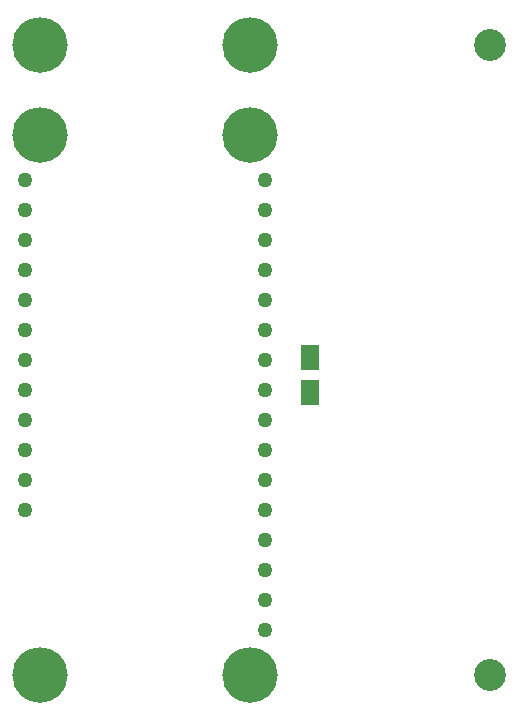
<source format=gbr>
%TF.GenerationSoftware,KiCad,Pcbnew,5.99.0-unknown-8f3343b9e3~128~ubuntu20.04.1*%
%TF.CreationDate,2021-06-03T23:09:29+10:00*%
%TF.ProjectId,dac-featherwing-v2,6461632d-6665-4617-9468-657277696e67,rev?*%
%TF.SameCoordinates,Original*%
%TF.FileFunction,Soldermask,Bot*%
%TF.FilePolarity,Negative*%
%FSLAX46Y46*%
G04 Gerber Fmt 4.6, Leading zero omitted, Abs format (unit mm)*
G04 Created by KiCad (PCBNEW 5.99.0-unknown-8f3343b9e3~128~ubuntu20.04.1) date 2021-06-03 23:09:29*
%MOMM*%
%LPD*%
G01*
G04 APERTURE LIST*
G04 Aperture macros list*
%AMFreePoly0*
4,1,6,1.000000,0.000000,0.500000,-0.750000,-0.500000,-0.750000,-0.500000,0.750000,0.500000,0.750000,1.000000,0.000000,1.000000,0.000000,$1*%
G04 Aperture macros list end*
%ADD10C,1.270000*%
%ADD11C,2.700000*%
%ADD12C,4.700000*%
%ADD13R,1.500000X1.500000*%
%ADD14FreePoly0,90.000000*%
%ADD15FreePoly0,270.000000*%
G04 APERTURE END LIST*
D10*
%TO.C,J2*%
X110264000Y-97346000D03*
X110264000Y-94806000D03*
X110264000Y-92266000D03*
X110264000Y-89726000D03*
X110264000Y-87186000D03*
X110264000Y-84646000D03*
X110264000Y-82106000D03*
X110264000Y-79566000D03*
X110264000Y-77026000D03*
X110264000Y-74486000D03*
X110264000Y-71946000D03*
X110264000Y-69406000D03*
%TD*%
D11*
%TO.C,REF\u002A\u002A*%
X149634000Y-57976000D03*
%TD*%
D10*
%TO.C,J1*%
X130584000Y-69406000D03*
X130584000Y-71946000D03*
X130584000Y-74486000D03*
X130584000Y-77026000D03*
X130584000Y-79566000D03*
X130584000Y-82106000D03*
X130584000Y-84646000D03*
X130584000Y-87186000D03*
X130584000Y-89726000D03*
X130584000Y-92266000D03*
X130584000Y-94806000D03*
X130584000Y-97346000D03*
X130584000Y-99886000D03*
X130584000Y-102426000D03*
X130584000Y-104966000D03*
X130584000Y-107506000D03*
%TD*%
D12*
%TO.C,REF\u002A\u002A*%
X129314000Y-111316000D03*
%TD*%
%TO.C,REF\u002A\u002A*%
X129314000Y-57976000D03*
%TD*%
%TO.C,REF\u002A\u002A*%
X129314000Y-65596000D03*
%TD*%
%TO.C,REF\u002A\u002A*%
X111534000Y-111316000D03*
%TD*%
D11*
%TO.C,REF\u002A\u002A*%
X149634000Y-111316000D03*
%TD*%
D12*
%TO.C,REF\u002A\u002A*%
X111534000Y-65596000D03*
%TD*%
%TO.C,REF\u002A\u002A*%
X111534000Y-57976000D03*
%TD*%
D13*
%TO.C,3V3A SRC*%
X134394000Y-84716000D03*
X134394000Y-87116000D03*
D14*
X134394000Y-87916000D03*
D15*
X134394000Y-83916000D03*
%TD*%
M02*

</source>
